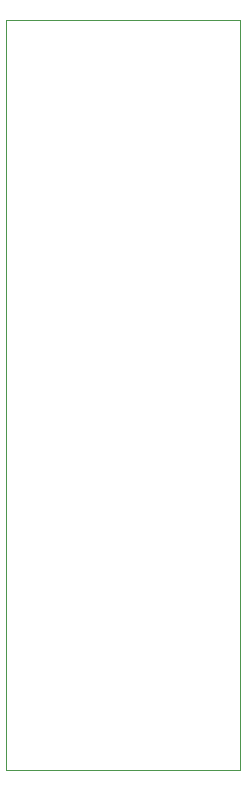
<source format=gbr>
%TF.GenerationSoftware,KiCad,Pcbnew,6.0.2+dfsg-1*%
%TF.CreationDate,2024-09-24T11:18:57+02:00*%
%TF.ProjectId,shield,73686965-6c64-42e6-9b69-6361645f7063,rev?*%
%TF.SameCoordinates,Original*%
%TF.FileFunction,Profile,NP*%
%FSLAX46Y46*%
G04 Gerber Fmt 4.6, Leading zero omitted, Abs format (unit mm)*
G04 Created by KiCad (PCBNEW 6.0.2+dfsg-1) date 2024-09-24 11:18:57*
%MOMM*%
%LPD*%
G01*
G04 APERTURE LIST*
%TA.AperFunction,Profile*%
%ADD10C,0.100000*%
%TD*%
G04 APERTURE END LIST*
D10*
X93472000Y-50800000D02*
X113284000Y-50800000D01*
X93472000Y-114300000D02*
X93472000Y-50800000D01*
X113284000Y-50800000D02*
X113284000Y-114300000D01*
X113284000Y-114300000D02*
X93472000Y-114300000D01*
M02*

</source>
